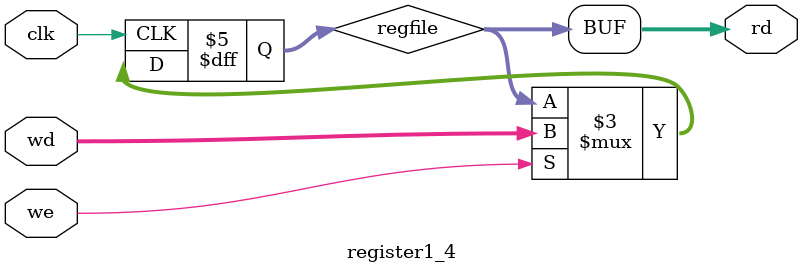
<source format=v>
`timescale 1ns / 1ps


module register1_4(
input clk,we,
input [3:0]wd,
output [3:0]rd
    );
    
reg [3:0] regfile;
initial regfile=0;

assign rd = regfile;

always@(posedge  clk) 

begin
    if(we)regfile<=wd;
end

endmodule
</source>
